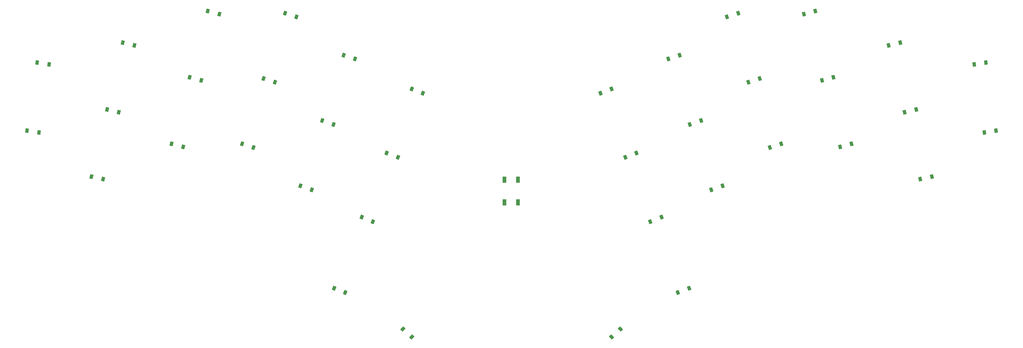
<source format=gbr>
%TF.GenerationSoftware,KiCad,Pcbnew,8.0.2-1*%
%TF.CreationDate,2024-07-02T10:22:07-04:00*%
%TF.ProjectId,thesplit,74686573-706c-4697-942e-6b696361645f,rev?*%
%TF.SameCoordinates,Original*%
%TF.FileFunction,Paste,Top*%
%TF.FilePolarity,Positive*%
%FSLAX46Y46*%
G04 Gerber Fmt 4.6, Leading zero omitted, Abs format (unit mm)*
G04 Created by KiCad (PCBNEW 8.0.2-1) date 2024-07-02 10:22:07*
%MOMM*%
%LPD*%
G01*
G04 APERTURE LIST*
G04 Aperture macros list*
%AMRotRect*
0 Rectangle, with rotation*
0 The origin of the aperture is its center*
0 $1 length*
0 $2 width*
0 $3 Rotation angle, in degrees counterclockwise*
0 Add horizontal line*
21,1,$1,$2,0,0,$3*%
G04 Aperture macros list end*
%ADD10RotRect,0.900000X1.200000X351.500000*%
%ADD11RotRect,0.900000X1.200000X346.750000*%
%ADD12RotRect,0.900000X1.200000X344.750000*%
%ADD13RotRect,0.900000X1.200000X341.750000*%
%ADD14RotRect,0.900000X1.200000X338.750000*%
%ADD15RotRect,0.900000X1.200000X318.750000*%
%ADD16RotRect,0.900000X1.200000X8.500000*%
%ADD17RotRect,0.900000X1.200000X13.250000*%
%ADD18RotRect,0.900000X1.200000X15.250000*%
%ADD19RotRect,0.900000X1.200000X18.250000*%
%ADD20RotRect,0.900000X1.200000X21.250000*%
%ADD21RotRect,0.900000X1.200000X41.250000*%
%ADD22R,1.100000X1.800000*%
G04 APERTURE END LIST*
D10*
%TO.C,D1*%
X211806871Y-211297514D03*
X208543115Y-210809744D03*
%TD*%
%TO.C,D2*%
X214615224Y-192506206D03*
X211351468Y-192018436D03*
%TD*%
D11*
%TO.C,D3*%
X229481306Y-224202354D03*
X226269152Y-223445986D03*
%TD*%
%TO.C,D4*%
X233836104Y-205708159D03*
X230623950Y-204951791D03*
%TD*%
%TO.C,D5*%
X238190911Y-187213950D03*
X234978757Y-186457582D03*
%TD*%
D12*
%TO.C,D6*%
X251597957Y-215268600D03*
X248414163Y-214400596D03*
%TD*%
%TO.C,D7*%
X256595536Y-196937641D03*
X253411742Y-196069637D03*
%TD*%
%TO.C,D8*%
X261593164Y-178606673D03*
X258409370Y-177738669D03*
%TD*%
D13*
%TO.C,D9*%
X270968522Y-215449530D03*
X267834528Y-214416090D03*
%TD*%
%TO.C,D10*%
X276918644Y-197405230D03*
X273784650Y-196371790D03*
%TD*%
%TO.C,D11*%
X282868735Y-179360961D03*
X279734741Y-178327521D03*
%TD*%
%TO.C,D12*%
X287133827Y-227097836D03*
X283999833Y-226064396D03*
%TD*%
%TO.C,D13*%
X293083933Y-209053554D03*
X289949939Y-208020114D03*
%TD*%
%TO.C,D14*%
X299034044Y-191009263D03*
X295900050Y-189975823D03*
%TD*%
D14*
%TO.C,D15*%
X303963046Y-235889893D03*
X300887418Y-234693845D03*
%TD*%
%TO.C,D16*%
X310849391Y-218181742D03*
X307773763Y-216985694D03*
%TD*%
%TO.C,D17*%
X317735686Y-200473591D03*
X314660058Y-199277543D03*
%TD*%
%TO.C,D18*%
X296351863Y-255462056D03*
X293276235Y-254266008D03*
%TD*%
D15*
%TO.C,D19*%
X314697384Y-267772496D03*
X312216318Y-265596658D03*
%TD*%
D16*
%TO.C,D20*%
X475931754Y-210809736D03*
X472668000Y-211297504D03*
%TD*%
%TO.C,D21*%
X473123379Y-192018444D03*
X469859625Y-192506212D03*
%TD*%
D17*
%TO.C,D22*%
X458205697Y-223445998D03*
X454993537Y-224202364D03*
%TD*%
%TO.C,D23*%
X453850905Y-204951774D03*
X450638745Y-205708140D03*
%TD*%
%TO.C,D24*%
X449496093Y-186457585D03*
X446283933Y-187213951D03*
%TD*%
D18*
%TO.C,D25*%
X436060702Y-214400587D03*
X432876908Y-215268591D03*
%TD*%
%TO.C,D26*%
X431063097Y-196069625D03*
X427879303Y-196937629D03*
%TD*%
%TO.C,D27*%
X426065509Y-177738680D03*
X422881715Y-178606684D03*
%TD*%
D19*
%TO.C,D28*%
X416640346Y-214416080D03*
X413506350Y-215449516D03*
%TD*%
%TO.C,D29*%
X410690232Y-196371805D03*
X407556236Y-197405241D03*
%TD*%
%TO.C,D30*%
X404740112Y-178327528D03*
X401606116Y-179360964D03*
%TD*%
%TO.C,D31*%
X400475030Y-226064383D03*
X397341034Y-227097819D03*
%TD*%
%TO.C,D32*%
X394524921Y-208020112D03*
X391390925Y-209053548D03*
%TD*%
%TO.C,D33*%
X388574820Y-189975825D03*
X385440824Y-191009261D03*
%TD*%
D20*
%TO.C,D34*%
X383587434Y-234693827D03*
X380511804Y-235889875D03*
%TD*%
%TO.C,D35*%
X376701112Y-216985701D03*
X373625482Y-218181749D03*
%TD*%
%TO.C,D36*%
X369814790Y-199277536D03*
X366739160Y-200473584D03*
%TD*%
%TO.C,D37*%
X391198643Y-254266000D03*
X388123013Y-255462048D03*
%TD*%
D21*
%TO.C,D38*%
X372258526Y-265596651D03*
X369777460Y-267772485D03*
%TD*%
D22*
%TO.C,B1*%
X340253219Y-230563125D03*
X340253215Y-224363118D03*
X343953219Y-230563120D03*
X343953215Y-224363113D03*
%TD*%
M02*

</source>
